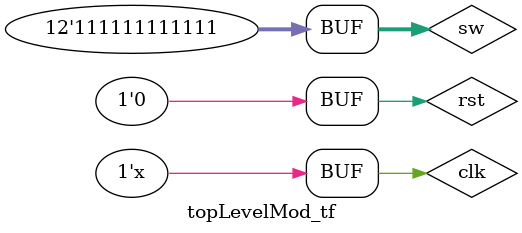
<source format=v>
`timescale 1ns / 1ps


module topLevelMod_tf;

	// Inputs
	reg clk;
	reg rst;
	reg [11:0] sw;

	// Outputs
	wire hscan;
	wire vscan;
	wire [3:0] vgaR;
	wire [3:0] vgaG;
	wire [3:0] vgaB;

	// Instantiate the Unit Under Test (UUT)
	topLevelMod uut (
		.clk(clk), 
		.rst(rst), 
		.sw(sw), 
		.hscan(hscan), 
		.vscan(vscan), 
		.vgaR(vgaR), 
		.vgaG(vgaG), 
		.vgaB(vgaB)
	);
	always #5 clk = ~clk;
	
	initial begin
		// Initialize Inputs
		clk = 0;
		rst = 0;
		sw = 0;

		// Wait 100 ns for global reset to finish
		#10;
      rst = 1;
		#10;
		rst = 0;
		#5
		sw = 12'hFFF;
		// Add stimulus here

	end
      
endmodule


</source>
